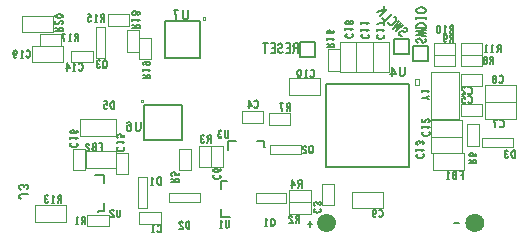
<source format=gbo>
G04 ================== begin FILE IDENTIFICATION RECORD ==================*
G04 Layout Name:  transponderRC2_4-10.brd*
G04 Film Name:    Silkscreen_bot*
G04 File Format:  Gerber RS274X*
G04 File Origin:  Cadence Allegro 17.2-S042*
G04 Origin Date:  Fri Nov 23 21:07:11 2018*
G04 *
G04 Layer:  PACKAGE GEOMETRY/SILKSCREEN_BOTTOM*
G04 Layer:  BOARD GEOMETRY/SILKSCREEN_BOTTOM*
G04 Layer:  REF DES/SILKSCREEN_BOTTOM*
G04 *
G04 Offset:    (0.0000 0.0000)*
G04 Mirror:    No*
G04 Mode:      Positive*
G04 Rotation:  0*
G04 FullContactRelief:  No*
G04 UndefLineWidth:     0.1500*
G04 ================== end FILE IDENTIFICATION RECORD ====================*
%FSAX55Y55*MOMM*%
%IR0*IPPOS*OFA0.00000B0.00000*MIA0B0*SFA1.00000B1.00000*%
%ADD10C,.1*%
%ADD11C,.13*%
%ADD12C,.15*%
%ADD13C,.1524*%
G75*
%LPD*%
G75*
G36*
G01X0002780000Y0000150000D02*
G03X0002780000Y0000150000I-0000080000J0D01*
G37*
G36*
G01X0004035000Y0000150000D02*
G03X0004035000Y0000150000I-0000080000J0D01*
G37*
G54D10*
G01X0000490000Y0000300000D02*
X0000230000Y0000300000D01*
X0000230000Y0000160000D01*
X0000490000Y0000160000D01*
X0000490000Y0000300000D01*
G01X0000205000Y0001510000D02*
X0000465000Y0001510000D01*
X0000465000Y0001650000D01*
X0000205000Y0001650000D01*
X0000205000Y0001510000D01*
G01X0000270000Y0001650000D02*
X0000450000Y0001650000D01*
X0000450000Y0001750000D01*
X0000270000Y0001750000D01*
X0000270000Y0001650000D01*
G01X0000125000Y0001765000D02*
X0000385000Y0001765000D01*
X0000385000Y0001905000D01*
X0000125000Y0001905000D01*
X0000125000Y0001765000D01*
G01X0000655000Y0000600000D02*
X0000655000Y0000780000D01*
X0000555000Y0000780000D01*
X0000555000Y0000600000D01*
X0000655000Y0000600000D01*
G01X0000915000Y0001030000D02*
X0000615000Y0001030000D01*
X0000615000Y0000890000D01*
X0000915000Y0000890000D01*
X0000915000Y0001030000D01*
G01X0000540000Y0001510000D02*
X0000720000Y0001510000D01*
X0000720000Y0001610000D01*
X0000540000Y0001610000D01*
X0000540000Y0001510000D01*
G01X0000675000Y0000120000D02*
X0000855000Y0000120000D01*
X0000855000Y0000220000D01*
X0000675000Y0000220000D01*
X0000675000Y0000120000D01*
G01X0001020000Y0000565000D02*
X0001020000Y0000745000D01*
X0000920000Y0000745000D01*
X0000920000Y0000565000D01*
X0001020000Y0000565000D01*
G01X0000660000Y0000615000D02*
X0000920000Y0000615000D01*
X0000920000Y0000755000D01*
X0000660000Y0000755000D01*
X0000660000Y0000615000D01*
G01X0000745000Y0001555000D02*
X0000745000Y0001805000D01*
X0000825000Y0001805000D01*
X0000825000Y0001545000D01*
X0000745000Y0001545000D01*
X0000745000Y0001555000D01*
G01X0000850010Y0001820000D02*
X0001029990Y0001820000D01*
X0001029990Y0001920000D01*
X0000850010Y0001920000D01*
X0000850010Y0001820000D01*
G01X0001115000Y0000145000D02*
X0001295000Y0000145000D01*
X0001295000Y0000245000D01*
X0001115000Y0000245000D01*
X0001115000Y0000145000D01*
G01X0001180000Y0000525000D02*
X0001180000Y0000275000D01*
X0001100000Y0000275000D01*
X0001100000Y0000535000D01*
X0001180000Y0000535000D01*
X0001180000Y0000525000D01*
G01X0001145000Y0001170000D02*
X0001125000Y0001170000D01*
X0001125000Y0001190000D01*
X0001145000Y0001190000D01*
X0001145000Y0001170000D01*
G01X0001010000Y0001780000D02*
X0001010000Y0001600000D01*
X0001110000Y0001600000D01*
X0001110000Y0001780000D01*
X0001010000Y0001780000D01*
G01X0001110000Y0001714990D02*
X0001110000Y0001535010D01*
X0001210000Y0001535010D01*
X0001210000Y0001714990D01*
X0001110000Y0001714990D01*
G01X0001550000Y0000595000D02*
X0001550000Y0000775000D01*
X0001450000Y0000775000D01*
X0001450000Y0000595000D01*
X0001550000Y0000595000D01*
G01X0001380000Y0000405000D02*
X0001630000Y0000405000D01*
X0001630000Y0000325000D01*
X0001370000Y0000325000D01*
X0001370000Y0000405000D01*
X0001380000Y0000405000D01*
G01X0001620000Y0000805000D02*
X0001620000Y0000625000D01*
X0001720000Y0000625000D01*
X0001720000Y0000805000D01*
X0001620000Y0000805000D01*
G01X0001650000Y0001870000D02*
X0001650000Y0001890000D01*
X0001670000Y0001890000D01*
X0001670000Y0001870000D01*
X0001650000Y0001870000D01*
G01X0001725000Y0000805000D02*
X0001725000Y0000625000D01*
X0001825000Y0000625000D01*
X0001825000Y0000805000D01*
X0001725000Y0000805000D01*
G01X0001980000Y0001000000D02*
X0002160000Y0001000000D01*
X0002160000Y0001100000D01*
X0001980000Y0001100000D01*
X0001980000Y0001000000D01*
G01X0002110000Y0000400000D02*
X0002360000Y0000400000D01*
X0002360000Y0000320000D01*
X0002100000Y0000320000D01*
X0002100000Y0000400000D01*
X0002110000Y0000400000D01*
G01X0002470000Y0000730000D02*
X0002220000Y0000730000D01*
X0002220000Y0000810000D01*
X0002480000Y0000810000D01*
X0002480000Y0000730000D01*
X0002470000Y0000730000D01*
G01X0002210000Y0000980000D02*
X0002390000Y0000980000D01*
X0002390000Y0001080000D01*
X0002210000Y0001080000D01*
X0002210000Y0000980000D01*
G01X0002385000Y0000225000D02*
X0002565000Y0000225000D01*
X0002565000Y0000325000D01*
X0002385000Y0000325000D01*
X0002385000Y0000225000D01*
G01X0002665000Y0000480000D02*
X0002665000Y0000300000D01*
X0002765000Y0000300000D01*
X0002765000Y0000480000D01*
X0002665000Y0000480000D01*
G01X0002385000Y0000330000D02*
X0002565000Y0000330000D01*
X0002565000Y0000430000D01*
X0002385000Y0000430000D01*
X0002385000Y0000330000D01*
G01X0002385000Y0001235000D02*
X0002645000Y0001235000D01*
X0002645000Y0001375000D01*
X0002385000Y0001375000D01*
X0002385000Y0001235000D01*
G01X0002915000Y0000275000D02*
X0003175000Y0000275000D01*
X0003175000Y0000415000D01*
X0002915000Y0000415000D01*
X0002915000Y0000275000D01*
G01X0002810000Y0001440000D02*
X0002810000Y0001620000D01*
X0002710000Y0001620000D01*
X0002710000Y0001440000D01*
X0002810000Y0001440000D01*
G01X0002950000Y0001685000D02*
X0002950000Y0001425000D01*
X0003090000Y0001425000D01*
X0003090000Y0001685000D01*
X0002950000Y0001685000D01*
G01X0002810000Y0001685000D02*
X0002810000Y0001425000D01*
X0002950000Y0001425000D01*
X0002950000Y0001685000D01*
X0002810000Y0001685000D01*
G01X0003090000Y0001685000D02*
X0003090000Y0001425000D01*
X0003230000Y0001425000D01*
X0003230000Y0001685000D01*
X0003090000Y0001685000D01*
G01X0003865000Y0000740000D02*
X0003605000Y0000740000D01*
X0003605000Y0000600000D01*
X0003865000Y0000600000D01*
X0003865000Y0000740000D01*
G01X0003845000Y0001020000D02*
X0003585000Y0001020000D01*
X0003585000Y0000880000D01*
X0003845000Y0000880000D01*
X0003845000Y0001020000D01*
G01X0003845000Y0000880000D02*
X0003585000Y0000880000D01*
X0003585000Y0000740000D01*
X0003845000Y0000740000D01*
X0003845000Y0000880000D01*
G01X0003825000Y0001030000D02*
X0003825000Y0001430000D01*
X0003585000Y0001430000D01*
X0003585000Y0001030000D01*
X0003825000Y0001030000D01*
G01X0003485000Y0001315000D02*
X0003445000Y0001315000D01*
X0003445000Y0001365000D01*
X0003485000Y0001365000D01*
X0003485000Y0001315000D01*
G01X0003790000Y0001575000D02*
X0003610000Y0001575000D01*
X0003610000Y0001475000D01*
X0003790000Y0001475000D01*
X0003790000Y0001575000D01*
G01X0003610000Y0001575000D02*
X0003790000Y0001575000D01*
X0003790000Y0001675000D01*
X0003610000Y0001675000D01*
X0003610000Y0001575000D01*
G01X0003890000Y0000985000D02*
X0003890000Y0000805000D01*
X0003990000Y0000805000D01*
X0003990000Y0000985000D01*
X0003890000Y0000985000D01*
G01X0004265000Y0000790000D02*
X0004015000Y0000790000D01*
X0004015000Y0000870000D01*
X0004275000Y0000870000D01*
X0004275000Y0000790000D01*
X0004265000Y0000790000D01*
G01X0003840000Y0001055000D02*
X0004020000Y0001055000D01*
X0004020000Y0001155000D01*
X0003840000Y0001155000D01*
X0003840000Y0001055000D01*
G01X0004300000Y0001170000D02*
X0004040000Y0001170000D01*
X0004040000Y0001030000D01*
X0004300000Y0001030000D01*
X0004300000Y0001170000D01*
G01X0004300000Y0001315000D02*
X0004040000Y0001315000D01*
X0004040000Y0001175000D01*
X0004300000Y0001175000D01*
X0004300000Y0001315000D01*
G01X0003835000Y0001310000D02*
X0004015000Y0001310000D01*
X0004015000Y0001410000D01*
X0003835000Y0001410000D01*
X0003835000Y0001310000D01*
G01X0004015000Y0001575000D02*
X0003835000Y0001575000D01*
X0003835000Y0001475000D01*
X0004015000Y0001475000D01*
X0004015000Y0001575000D01*
G01X0003835000Y0001575000D02*
X0004015000Y0001575000D01*
X0004015000Y0001675000D01*
X0003835000Y0001675000D01*
X0003835000Y0001575000D01*
G54D11*
G01X0002455670Y0001590000D02*
X0002455670Y0001670000D01*
X0002432330Y0001670000D01*
X0002424870Y0001666000D01*
X0002420200Y0001660670D01*
X0002418330Y0001650000D01*
X0002420200Y0001639330D01*
X0002425800Y0001632670D01*
X0002432330Y0001628670D01*
X0002455670Y0001628670D01*
G01X0002432330Y0001628670D02*
X0002418330Y0001590000D01*
G01X0002354330Y0001590000D02*
X0002391670Y0001590000D01*
X0002391670Y0001670000D01*
X0002354330Y0001670000D01*
G01X0002369270Y0001631330D02*
X0002391670Y0001631330D01*
G01X0002328600Y0001600660D02*
X0002321130Y0001594000D01*
X0002312730Y0001590000D01*
X0002305270Y0001590000D01*
X0002297800Y0001594000D01*
X0002292200Y0001600660D01*
X0002289400Y0001610000D01*
X0002291270Y0001619330D01*
X0002295930Y0001627330D01*
X0002304330Y0001632670D01*
X0002315530Y0001635330D01*
X0002322070Y0001640670D01*
X0002324870Y0001650000D01*
X0002323000Y0001659330D01*
X0002318330Y0001666000D01*
X0002311800Y0001670000D01*
X0002305270Y0001670000D01*
X0002298730Y0001667330D01*
X0002293130Y0001660670D01*
G01X0002226330Y0001590000D02*
X0002263670Y0001590000D01*
X0002263670Y0001670000D01*
X0002226330Y0001670000D01*
G01X0002241270Y0001631330D02*
X0002263670Y0001631330D01*
G01X0002181000Y0001670000D02*
X0002181000Y0001590000D01*
G01X0002202470Y0001670000D02*
X0002159530Y0001670000D01*
G01X0003341600Y0001733480D02*
X0003331610Y0001734050D01*
X0003322840Y0001737160D01*
X0003317560Y0001742440D01*
X0003315110Y0001750550D01*
X0003315860Y0001759220D01*
X0003320480Y0001767800D01*
X0003328400Y0001773080D01*
X0003337360Y0001775440D01*
X0003347070Y0001773270D01*
X0003356880Y0001767240D01*
X0003365270Y0001766390D01*
X0003373850Y0001771000D01*
X0003379130Y0001778930D01*
X0003380540Y0001786940D01*
X0003378750Y0001794390D01*
X0003374130Y0001799010D01*
X0003367620Y0001801740D01*
X0003358950Y0001800990D01*
G01X0003351320Y0001821820D02*
X0003285510Y0001774490D01*
X0003331520Y0001841620D01*
X0003264390Y0001795610D01*
X0003311720Y0001861420D01*
G01X0003267040Y0001896670D02*
X0003273830Y0001895540D01*
X0003280330Y0001892810D01*
X0003285610Y0001887530D01*
X0003288720Y0001878760D01*
X0003288630Y0001869430D01*
X0003286270Y0001860470D01*
X0003279480Y0001848400D01*
X0003271660Y0001839250D01*
X0003261850Y0001832090D01*
X0003254210Y0001828410D01*
X0003244600Y0001826720D01*
X0003236210Y0001827560D01*
X0003229700Y0001830300D01*
X0003225080Y0001834920D01*
X0003222350Y0001841420D01*
X0003221210Y0001848210D01*
X0003221680Y0001855280D01*
G01X0003254220Y0001918920D02*
X0003197650Y0001862350D01*
X0003171250Y0001888750D01*
G01X0003153720Y0001906280D02*
X0003210290Y0001962850D01*
G01X0003185210Y0001987930D02*
X0003175400Y0001927960D01*
G01X0003124680Y0001935320D02*
X0003180210Y0001955210D01*
G01X0003470660Y0001673400D02*
X0003464000Y0001680870D01*
X0003460000Y0001689270D01*
X0003460000Y0001696730D01*
X0003464000Y0001704200D01*
X0003470660Y0001709800D01*
X0003480000Y0001712600D01*
X0003489330Y0001710730D01*
X0003497330Y0001706070D01*
X0003502670Y0001697670D01*
X0003505330Y0001686470D01*
X0003510670Y0001679930D01*
X0003520000Y0001677130D01*
X0003529330Y0001679000D01*
X0003536000Y0001683670D01*
X0003540000Y0001690200D01*
X0003540000Y0001696730D01*
X0003537330Y0001703270D01*
X0003530670Y0001708870D01*
G01X0003540000Y0001729000D02*
X0003460000Y0001742070D01*
X0003540000Y0001757000D01*
X0003460000Y0001771930D01*
X0003540000Y0001785000D01*
G01X0003460000Y0001800470D02*
X0003540000Y0001800470D01*
X0003540000Y0001819130D01*
X0003536000Y0001826600D01*
X0003530670Y0001832200D01*
X0003522670Y0001836870D01*
X0003513330Y0001840600D01*
X0003500000Y0001841530D01*
X0003486670Y0001840600D01*
X0003477330Y0001836870D01*
X0003469330Y0001832200D01*
X0003464000Y0001826600D01*
X0003460000Y0001819130D01*
X0003460000Y0001800470D01*
G01X0003540000Y0001873800D02*
X0003540000Y0001896200D01*
G01X0003540000Y0001885000D02*
X0003460000Y0001885000D01*
G01X0003460000Y0001873800D02*
X0003460000Y0001896200D01*
G01X0003460000Y0001949000D02*
X0003461330Y0001941530D01*
X0003466670Y0001935000D01*
X0003474670Y0001929400D01*
X0003484000Y0001925670D01*
X0003494670Y0001923800D01*
X0003505330Y0001923800D01*
X0003516000Y0001925670D01*
X0003525330Y0001929400D01*
X0003533330Y0001935000D01*
X0003538670Y0001941530D01*
X0003540000Y0001949000D01*
X0003538670Y0001956470D01*
X0003533330Y0001963000D01*
X0003525330Y0001968600D01*
X0003516000Y0001972330D01*
X0003505330Y0001974200D01*
X0003494670Y0001974200D01*
X0003484000Y0001972330D01*
X0003474670Y0001968600D01*
X0003466670Y0001963000D01*
X0003461330Y0001956470D01*
X0003460000Y0001949000D01*
G54D12*
G01X0002579440Y0000142330D02*
X0002540840Y0000142330D01*
G01X0002561750Y0000169850D02*
X0002561750Y0000114810D01*
G01X0003822660Y0000152330D02*
X0003780840Y0000152330D01*
G01X0000110750Y0000354740D02*
X0000102870Y0000359610D01*
X0000097620Y0000365450D01*
X0000095000Y0000372260D01*
X0000097620Y0000380050D01*
X0000102870Y0000385890D01*
X0000110750Y0000391740D01*
X0000121250Y0000393680D01*
X0000173740Y0000393680D01*
G01X0000110750Y0000431530D02*
X0000101560Y0000437370D01*
X0000096310Y0000445160D01*
X0000095000Y0000453920D01*
X0000096310Y0000461710D01*
X0000102870Y0000469500D01*
X0000110750Y0000474370D01*
X0000118620Y0000475340D01*
X0000127810Y0000473400D01*
X0000134370Y0000466580D01*
X0000137000Y0000459770D01*
X0000137000Y0000451000D01*
G01X0000137000Y0000459770D02*
X0000140930Y0000465610D01*
X0000147490Y0000470480D01*
X0000155370Y0000472420D01*
X0000163240Y0000470480D01*
X0000169800Y0000465610D01*
X0000173740Y0000456840D01*
X0000172430Y0000448080D01*
X0000167180Y0000439320D01*
G01X0000159780Y0001608210D02*
X0000163840Y0001611380D01*
X0000168580Y0001613500D01*
X0000174000Y0001613500D01*
X0000180100Y0001610320D01*
X0000184840Y0001605030D01*
X0000188230Y0001598680D01*
X0000190940Y0001588100D01*
X0000191610Y0001578570D01*
X0000190260Y0001569050D01*
X0000188230Y0001562700D01*
X0000184160Y0001556350D01*
X0000179420Y0001552120D01*
X0000174680Y0001550000D01*
X0000169940Y0001550000D01*
X0000165200Y0001552120D01*
X0000161130Y0001555290D01*
X0000157750Y0001559520D01*
G01X0000118800Y0001550000D02*
X0000118800Y0001613500D01*
X0000126930Y0001600800D01*
G01X0000126930Y0001550000D02*
X0000110670Y0001550000D01*
G01X0000074440Y0001557410D02*
X0000069690Y0001552120D01*
X0000064270Y0001550000D01*
X0000058860Y0001552120D01*
X0000054110Y0001558460D01*
X0000050730Y0001567990D01*
X0000049370Y0001577520D01*
X0000049370Y0001589160D01*
X0000050730Y0001598680D01*
X0000054110Y0001607150D01*
X0000058180Y0001611380D01*
X0000062920Y0001613500D01*
X0000068340Y0001611380D01*
X0000072400Y0001607150D01*
X0000075110Y0001600800D01*
X0000076470Y0001592330D01*
X0000075110Y0001584930D01*
X0000071730Y0001577520D01*
X0000067660Y0001573280D01*
X0000062920Y0001572220D01*
X0000057500Y0001574340D01*
X0000053440Y0001579630D01*
X0000049370Y0001589160D01*
G01X0000653230Y0000140000D02*
X0000653230Y0000203500D01*
X0000636290Y0000203500D01*
X0000630870Y0000200320D01*
X0000627490Y0000196090D01*
X0000626130Y0000187620D01*
X0000627490Y0000179160D01*
X0000631550Y0000173870D01*
X0000636290Y0000170690D01*
X0000653230Y0000170690D01*
G01X0000636290Y0000170690D02*
X0000626130Y0000140000D01*
G01X0000583800Y0000140000D02*
X0000583800Y0000203500D01*
X0000591930Y0000190800D01*
G01X0000591930Y0000140000D02*
X0000575670Y0000140000D01*
G01X0000453230Y0000320000D02*
X0000453230Y0000383500D01*
X0000436290Y0000383500D01*
X0000430870Y0000380320D01*
X0000427490Y0000376090D01*
X0000426130Y0000367620D01*
X0000427490Y0000359160D01*
X0000431550Y0000353870D01*
X0000436290Y0000350690D01*
X0000453230Y0000350690D01*
G01X0000436290Y0000350690D02*
X0000426130Y0000320000D01*
G01X0000383800Y0000320000D02*
X0000383800Y0000383500D01*
X0000391930Y0000370800D01*
G01X0000391930Y0000320000D02*
X0000375670Y0000320000D01*
G01X0000342820Y0000332700D02*
X0000338760Y0000325290D01*
X0000333340Y0000321060D01*
X0000327240Y0000320000D01*
X0000321820Y0000321060D01*
X0000316400Y0000326350D01*
X0000313020Y0000332700D01*
X0000312340Y0000339050D01*
X0000313700Y0000346460D01*
X0000318440Y0000351750D01*
X0000323180Y0000353870D01*
X0000329270Y0000353870D01*
G01X0000323180Y0000353870D02*
X0000319110Y0000357040D01*
X0000315730Y0000362330D01*
X0000314370Y0000368680D01*
X0000315730Y0000375030D01*
X0000319110Y0000380320D01*
X0000325210Y0000383500D01*
X0000331310Y0000382440D01*
X0000337400Y0000378210D01*
G01X0000588210Y0000825220D02*
X0000591380Y0000821160D01*
X0000593500Y0000816420D01*
X0000593500Y0000811000D01*
X0000590320Y0000804900D01*
X0000585030Y0000800160D01*
X0000578680Y0000796770D01*
X0000568100Y0000794060D01*
X0000558570Y0000793390D01*
X0000549050Y0000794740D01*
X0000542700Y0000796770D01*
X0000536350Y0000800840D01*
X0000532120Y0000805580D01*
X0000530000Y0000810320D01*
X0000530000Y0000815060D01*
X0000532120Y0000819800D01*
X0000535290Y0000823870D01*
X0000539520Y0000827250D01*
G01X0000530000Y0000866200D02*
X0000593500Y0000866200D01*
X0000580800Y0000858070D01*
G01X0000530000Y0000858070D02*
X0000530000Y0000874330D01*
G01X0000556460Y0000909210D02*
X0000563870Y0000913950D01*
X0000568100Y0000918020D01*
X0000570220Y0000923430D01*
X0000568100Y0000928180D01*
X0000563870Y0000931560D01*
X0000557520Y0000934270D01*
X0000550110Y0000934950D01*
X0000543760Y0000934270D01*
X0000537410Y0000931560D01*
X0000532120Y0000927500D01*
X0000530000Y0000922760D01*
X0000532120Y0000917340D01*
X0000538460Y0000912600D01*
X0000547990Y0000909890D01*
X0000558570Y0000909210D01*
X0000572330Y0000910560D01*
X0000579740Y0000912600D01*
X0000587150Y0000915980D01*
X0000592440Y0000920730D01*
X0000593500Y0000925470D01*
X0000591380Y0000930210D01*
X0000586090Y0000933600D01*
G01X0000604780Y0001498210D02*
X0000608840Y0001501380D01*
X0000613580Y0001503500D01*
X0000619000Y0001503500D01*
X0000625100Y0001500320D01*
X0000629840Y0001495030D01*
X0000633230Y0001488680D01*
X0000635940Y0001478100D01*
X0000636610Y0001468570D01*
X0000635260Y0001459050D01*
X0000633230Y0001452700D01*
X0000629160Y0001446350D01*
X0000624420Y0001442120D01*
X0000619680Y0001440000D01*
X0000614940Y0001440000D01*
X0000610200Y0001442120D01*
X0000606130Y0001445290D01*
X0000602750Y0001449520D01*
G01X0000563800Y0001440000D02*
X0000563800Y0001503500D01*
X0000571930Y0001490800D01*
G01X0000571930Y0001440000D02*
X0000555670Y0001440000D01*
G01X0000499790Y0001440000D02*
X0000499790Y0001503500D01*
X0000524850Y0001457990D01*
X0000490990Y0001457990D01*
G01X0000598230Y0001690000D02*
X0000598230Y0001753500D01*
X0000581290Y0001753500D01*
X0000575870Y0001750320D01*
X0000572490Y0001746090D01*
X0000571130Y0001737620D01*
X0000572490Y0001729160D01*
X0000576550Y0001723870D01*
X0000581290Y0001720690D01*
X0000598230Y0001720690D01*
G01X0000581290Y0001720690D02*
X0000571130Y0001690000D01*
G01X0000528800Y0001690000D02*
X0000528800Y0001753500D01*
X0000536930Y0001740800D01*
G01X0000536930Y0001690000D02*
X0000520670Y0001690000D01*
G01X0000474270Y0001690000D02*
X0000472920Y0001703760D01*
X0000470890Y0001715400D01*
X0000468180Y0001725980D01*
X0000464790Y0001737620D01*
X0000459370Y0001753500D01*
X0000486470Y0001753500D01*
G01X0000405000Y0001776770D02*
X0000468500Y0001776770D01*
X0000468500Y0001793710D01*
X0000465320Y0001799130D01*
X0000461090Y0001802510D01*
X0000452620Y0001803870D01*
X0000444160Y0001802510D01*
X0000438870Y0001798450D01*
X0000435690Y0001793710D01*
X0000435690Y0001776770D01*
G01X0000435690Y0001793710D02*
X0000405000Y0001803870D01*
G01X0000457920Y0001833330D02*
X0000464270Y0001837390D01*
X0000467440Y0001842140D01*
X0000468500Y0001847550D01*
X0000466380Y0001854330D01*
X0000461090Y0001859070D01*
X0000454740Y0001860420D01*
X0000448390Y0001859750D01*
X0000443100Y0001857040D01*
X0000432520Y0001843490D01*
X0000425110Y0001837390D01*
X0000414520Y0001833330D01*
X0000405000Y0001831980D01*
X0000405000Y0001860420D01*
G01X0000468500Y0001902080D02*
X0000466380Y0001896660D01*
X0000461090Y0001892600D01*
X0000454740Y0001889890D01*
X0000446270Y0001887860D01*
X0000436750Y0001887180D01*
X0000427220Y0001887860D01*
X0000418760Y0001889890D01*
X0000412410Y0001892600D01*
X0000407120Y0001896660D01*
X0000405000Y0001902080D01*
X0000407120Y0001907500D01*
X0000412410Y0001911560D01*
X0000418760Y0001914270D01*
X0000427220Y0001916300D01*
X0000436750Y0001916980D01*
X0000446270Y0001916300D01*
X0000454740Y0001914270D01*
X0000461090Y0001911560D01*
X0000466380Y0001907500D01*
X0000468500Y0001902080D01*
G01X0000954580Y0000263500D02*
X0000954580Y0000217990D01*
X0000951870Y0000208460D01*
X0000946450Y0000202120D01*
X0000939680Y0000200000D01*
X0000932910Y0000202120D01*
X0000927490Y0000208460D01*
X0000924780Y0000217990D01*
X0000924780Y0000263500D01*
G01X0000896670Y0000252920D02*
X0000892610Y0000259270D01*
X0000887860Y0000262440D01*
X0000882450Y0000263500D01*
X0000875670Y0000261380D01*
X0000870930Y0000256090D01*
X0000869580Y0000249740D01*
X0000870250Y0000243390D01*
X0000872960Y0000238100D01*
X0000886510Y0000227520D01*
X0000892610Y0000220110D01*
X0000896670Y0000209520D01*
X0000898020Y0000200000D01*
X0000869580Y0000200000D01*
G01X0000983210Y0000790220D02*
X0000986380Y0000786160D01*
X0000988500Y0000781420D01*
X0000988500Y0000776000D01*
X0000985320Y0000769900D01*
X0000980030Y0000765160D01*
X0000973680Y0000761770D01*
X0000963100Y0000759060D01*
X0000953570Y0000758390D01*
X0000944050Y0000759740D01*
X0000937700Y0000761770D01*
X0000931350Y0000765840D01*
X0000927120Y0000770580D01*
X0000925000Y0000775320D01*
X0000925000Y0000780060D01*
X0000927120Y0000784800D01*
X0000930290Y0000788870D01*
X0000934520Y0000792250D01*
G01X0000925000Y0000831200D02*
X0000988500Y0000831200D01*
X0000975800Y0000823070D01*
G01X0000925000Y0000823070D02*
X0000925000Y0000839330D01*
G01X0000934520Y0000872180D02*
X0000929230Y0000876240D01*
X0000926060Y0000880980D01*
X0000925000Y0000887080D01*
X0000927120Y0000893180D01*
X0000931350Y0000897920D01*
X0000938760Y0000901300D01*
X0000947220Y0000901980D01*
X0000955690Y0000900630D01*
X0000960980Y0000897240D01*
X0000965220Y0000892500D01*
X0000966270Y0000887760D01*
X0000965220Y0000883020D01*
X0000960980Y0000876920D01*
X0000988500Y0000878950D01*
X0000988500Y0000897240D01*
G01X0000802550Y0000760000D02*
X0000802550Y0000823500D01*
X0000776810Y0000823500D01*
G01X0000786290Y0000792810D02*
X0000802550Y0000792810D01*
G01X0000728380Y0000793870D02*
X0000725670Y0000797040D01*
X0000723640Y0000802330D01*
X0000722280Y0000809740D01*
X0000723640Y0000816090D01*
X0000726350Y0000820320D01*
X0000731090Y0000823500D01*
X0000749380Y0000823500D01*
X0000749380Y0000760000D01*
X0000727030Y0000760000D01*
X0000722280Y0000764230D01*
X0000719580Y0000770580D01*
X0000718220Y0000777990D01*
X0000719580Y0000785400D01*
X0000723640Y0000791750D01*
X0000728380Y0000793870D01*
X0000749380Y0000793870D01*
G01X0000690790Y0000812920D02*
X0000686730Y0000819270D01*
X0000681980Y0000822440D01*
X0000676570Y0000823500D01*
X0000669790Y0000821380D01*
X0000665050Y0000816090D01*
X0000663700Y0000809740D01*
X0000664370Y0000803390D01*
X0000667080Y0000798100D01*
X0000680630Y0000787520D01*
X0000686730Y0000780110D01*
X0000690790Y0000769520D01*
X0000692140Y0000760000D01*
X0000663700Y0000760000D01*
G01X0000899580Y0001115000D02*
X0000899580Y0001178500D01*
X0000886030Y0001178500D01*
X0000880620Y0001175320D01*
X0000876550Y0001171090D01*
X0000873160Y0001164740D01*
X0000870460Y0001157330D01*
X0000869780Y0001146750D01*
X0000870460Y0001136170D01*
X0000873160Y0001128760D01*
X0000876550Y0001122410D01*
X0000880620Y0001118170D01*
X0000886030Y0001115000D01*
X0000899580Y0001115000D01*
G01X0000843700Y0001124520D02*
X0000839640Y0001119230D01*
X0000834900Y0001116060D01*
X0000828800Y0001115000D01*
X0000822700Y0001117120D01*
X0000817960Y0001121350D01*
X0000814580Y0001128760D01*
X0000813900Y0001137220D01*
X0000815250Y0001145690D01*
X0000818640Y0001150980D01*
X0000823380Y0001155220D01*
X0000828120Y0001156270D01*
X0000832860Y0001155220D01*
X0000838960Y0001150980D01*
X0000836930Y0001178500D01*
X0000818640Y0001178500D01*
G01X0000824680Y0001465000D02*
X0000830100Y0001466060D01*
X0000834840Y0001470290D01*
X0000838900Y0001476640D01*
X0000841610Y0001484050D01*
X0000842970Y0001492520D01*
X0000842970Y0001500980D01*
X0000841610Y0001509450D01*
X0000838900Y0001516860D01*
X0000834840Y0001523210D01*
X0000830100Y0001527440D01*
X0000824680Y0001528500D01*
X0000819260Y0001527440D01*
X0000814520Y0001523210D01*
X0000810460Y0001516860D01*
X0000807750Y0001509450D01*
X0000806390Y0001500980D01*
X0000806390Y0001492520D01*
X0000807750Y0001484050D01*
X0000810460Y0001476640D01*
X0000814520Y0001470290D01*
X0000819260Y0001466060D01*
X0000824680Y0001465000D01*
G01X0000819260Y0001481930D02*
X0000811130Y0001465000D01*
G01X0000783700Y0001477700D02*
X0000779640Y0001470290D01*
X0000774220Y0001466060D01*
X0000768120Y0001465000D01*
X0000762700Y0001466060D01*
X0000757280Y0001471350D01*
X0000753900Y0001477700D01*
X0000753220Y0001484050D01*
X0000754580Y0001491460D01*
X0000759320Y0001496750D01*
X0000764060Y0001498870D01*
X0000770150Y0001498870D01*
G01X0000764060Y0001498870D02*
X0000759990Y0001502040D01*
X0000756610Y0001507330D01*
X0000755250Y0001513680D01*
X0000756610Y0001520030D01*
X0000759990Y0001525320D01*
X0000766090Y0001528500D01*
X0000772190Y0001527440D01*
X0000778280Y0001523210D01*
G01X0000818230Y0001855000D02*
X0000818230Y0001918500D01*
X0000801290Y0001918500D01*
X0000795870Y0001915320D01*
X0000792490Y0001911090D01*
X0000791130Y0001902620D01*
X0000792490Y0001894160D01*
X0000796550Y0001888870D01*
X0000801290Y0001885690D01*
X0000818230Y0001885690D01*
G01X0000801290Y0001885690D02*
X0000791130Y0001855000D01*
G01X0000748800Y0001855000D02*
X0000748800Y0001918500D01*
X0000756930Y0001905800D01*
G01X0000756930Y0001855000D02*
X0000740670Y0001855000D01*
G01X0000707820Y0001864520D02*
X0000703760Y0001859230D01*
X0000699020Y0001856060D01*
X0000692920Y0001855000D01*
X0000686820Y0001857120D01*
X0000682080Y0001861350D01*
X0000678700Y0001868760D01*
X0000678020Y0001877220D01*
X0000679370Y0001885690D01*
X0000682760Y0001890980D01*
X0000687500Y0001895220D01*
X0000692240Y0001896270D01*
X0000696980Y0001895220D01*
X0000703080Y0001890980D01*
X0000701050Y0001918500D01*
X0000682760Y0001918500D01*
G01X0001269780Y0000128210D02*
X0001273840Y0000131380D01*
X0001278580Y0000133500D01*
X0001284000Y0000133500D01*
X0001290100Y0000130320D01*
X0001294840Y0000125030D01*
X0001298230Y0000118680D01*
X0001300940Y0000108100D01*
X0001301610Y0000098570D01*
X0001300260Y0000089050D01*
X0001298230Y0000082700D01*
X0001294160Y0000076350D01*
X0001289420Y0000072120D01*
X0001284680Y0000070000D01*
X0001279940Y0000070000D01*
X0001275200Y0000072120D01*
X0001271130Y0000075290D01*
X0001267750Y0000079520D01*
G01X0001228800Y0000070000D02*
X0001228800Y0000133500D01*
X0001236930Y0000120800D01*
G01X0001236930Y0000070000D02*
X0001220670Y0000070000D01*
G01X0001294580Y0000475000D02*
X0001294580Y0000538500D01*
X0001281030Y0000538500D01*
X0001275620Y0000535320D01*
X0001271550Y0000531090D01*
X0001268160Y0000524740D01*
X0001265460Y0000517330D01*
X0001264780Y0000506750D01*
X0001265460Y0000496170D01*
X0001268160Y0000488760D01*
X0001271550Y0000482410D01*
X0001275620Y0000478170D01*
X0001281030Y0000475000D01*
X0001294580Y0000475000D01*
G01X0001223800Y0000475000D02*
X0001223800Y0000538500D01*
X0001231930Y0000525800D01*
G01X0001231930Y0000475000D02*
X0001215670Y0000475000D01*
G01X0001127210Y0001008740D02*
X0001127210Y0000952310D01*
X0001123320Y0000940500D01*
X0001115530Y0000932620D01*
X0001105790Y0000930000D01*
X0001096050Y0000932620D01*
X0001088260Y0000940500D01*
X0001084370Y0000952310D01*
X0001084370Y0001008740D01*
G01X0001045550Y0000962810D02*
X0001038730Y0000972000D01*
X0001032890Y0000977240D01*
X0001025100Y0000979870D01*
X0001018290Y0000977240D01*
X0001013420Y0000972000D01*
X0001009520Y0000964120D01*
X0001008550Y0000954930D01*
X0001009520Y0000947060D01*
X0001013420Y0000939180D01*
X0001019260Y0000932620D01*
X0001026080Y0000930000D01*
X0001033870Y0000932620D01*
X0001040680Y0000940500D01*
X0001044580Y0000952310D01*
X0001045550Y0000965430D01*
X0001043600Y0000982490D01*
X0001040680Y0000991680D01*
X0001035810Y0001000870D01*
X0001029000Y0001007430D01*
X0001022180Y0001008740D01*
X0001015370Y0001006120D01*
X0001010500Y0000999550D01*
G01X0001472500Y0001145000D02*
X0001472500Y0000855000D01*
X0001157500Y0000855000D01*
X0001157500Y0001145000D01*
X0001472500Y0001145000D01*
G01X0001145000Y0001376770D02*
X0001208500Y0001376770D01*
X0001208500Y0001393710D01*
X0001205320Y0001399130D01*
X0001201090Y0001402510D01*
X0001192620Y0001403870D01*
X0001184160Y0001402510D01*
X0001178870Y0001398450D01*
X0001175690Y0001393710D01*
X0001175690Y0001376770D01*
G01X0001175690Y0001393710D02*
X0001145000Y0001403870D01*
G01X0001145000Y0001446200D02*
X0001208500Y0001446200D01*
X0001195800Y0001438070D01*
G01X0001145000Y0001438070D02*
X0001145000Y0001454330D01*
G01X0001152410Y0001490560D02*
X0001147120Y0001495310D01*
X0001145000Y0001500730D01*
X0001147120Y0001506140D01*
X0001153460Y0001510890D01*
X0001162990Y0001514270D01*
X0001172520Y0001515630D01*
X0001184160Y0001515630D01*
X0001193680Y0001514270D01*
X0001202150Y0001510890D01*
X0001206380Y0001506820D01*
X0001208500Y0001502080D01*
X0001206380Y0001496660D01*
X0001202150Y0001492600D01*
X0001195800Y0001489890D01*
X0001187330Y0001488530D01*
X0001179930Y0001489890D01*
X0001172520Y0001493270D01*
X0001168280Y0001497340D01*
X0001167220Y0001502080D01*
X0001169340Y0001507500D01*
X0001174630Y0001511560D01*
X0001184160Y0001515630D01*
G01X0001055000Y0001801770D02*
X0001118500Y0001801770D01*
X0001118500Y0001818710D01*
X0001115320Y0001824130D01*
X0001111090Y0001827510D01*
X0001102620Y0001828870D01*
X0001094160Y0001827510D01*
X0001088870Y0001823450D01*
X0001085690Y0001818710D01*
X0001085690Y0001801770D01*
G01X0001085690Y0001818710D02*
X0001055000Y0001828870D01*
G01X0001055000Y0001871200D02*
X0001118500Y0001871200D01*
X0001105800Y0001863070D01*
G01X0001055000Y0001863070D02*
X0001055000Y0001879330D01*
G01X0001055000Y0001927080D02*
X0001056060Y0001931820D01*
X0001059230Y0001937240D01*
X0001064520Y0001940630D01*
X0001071930Y0001941980D01*
X0001079340Y0001940630D01*
X0001085690Y0001936560D01*
X0001088870Y0001930470D01*
X0001088870Y0001923690D01*
X0001090980Y0001919630D01*
X0001096270Y0001916240D01*
X0001103680Y0001914890D01*
X0001111090Y0001916920D01*
X0001116380Y0001921660D01*
X0001118500Y0001927080D01*
X0001116380Y0001932500D01*
X0001111090Y0001937240D01*
X0001103680Y0001939270D01*
X0001096270Y0001937920D01*
X0001090980Y0001934530D01*
X0001088870Y0001930470D01*
X0001088870Y0001923690D01*
X0001085690Y0001917600D01*
X0001079340Y0001913530D01*
X0001071930Y0001912180D01*
X0001064520Y0001913530D01*
X0001059230Y0001916920D01*
X0001056060Y0001922340D01*
X0001055000Y0001927080D01*
G01X0001539580Y0000100000D02*
X0001539580Y0000163500D01*
X0001526030Y0000163500D01*
X0001520620Y0000160320D01*
X0001516550Y0000156090D01*
X0001513160Y0000149740D01*
X0001510460Y0000142330D01*
X0001509780Y0000131750D01*
X0001510460Y0000121170D01*
X0001513160Y0000113760D01*
X0001516550Y0000107410D01*
X0001520620Y0000103170D01*
X0001526030Y0000100000D01*
X0001539580Y0000100000D01*
G01X0001481670Y0000152920D02*
X0001477610Y0000159270D01*
X0001472860Y0000162440D01*
X0001467450Y0000163500D01*
X0001460670Y0000161380D01*
X0001455930Y0000156090D01*
X0001454580Y0000149740D01*
X0001455250Y0000143390D01*
X0001457960Y0000138100D01*
X0001471510Y0000127520D01*
X0001477610Y0000120110D01*
X0001481670Y0000109520D01*
X0001483020Y0000100000D01*
X0001454580Y0000100000D01*
G01X0001385000Y0000496770D02*
X0001448500Y0000496770D01*
X0001448500Y0000513710D01*
X0001445320Y0000519130D01*
X0001441090Y0000522510D01*
X0001432620Y0000523870D01*
X0001424160Y0000522510D01*
X0001418870Y0000518450D01*
X0001415690Y0000513710D01*
X0001415690Y0000496770D01*
G01X0001415690Y0000513710D02*
X0001385000Y0000523870D01*
G01X0001394520Y0000551300D02*
X0001389230Y0000555360D01*
X0001386060Y0000560100D01*
X0001385000Y0000566200D01*
X0001387120Y0000572300D01*
X0001391350Y0000577040D01*
X0001398760Y0000580420D01*
X0001407220Y0000581100D01*
X0001415690Y0000579750D01*
X0001420980Y0000576360D01*
X0001425220Y0000571620D01*
X0001426270Y0000566880D01*
X0001425220Y0000562140D01*
X0001420980Y0000556040D01*
X0001448500Y0000558070D01*
X0001448500Y0000576360D01*
G01X0001718230Y0000830000D02*
X0001718230Y0000893500D01*
X0001701290Y0000893500D01*
X0001695870Y0000890320D01*
X0001692490Y0000886090D01*
X0001691130Y0000877620D01*
X0001692490Y0000869160D01*
X0001696550Y0000863870D01*
X0001701290Y0000860690D01*
X0001718230Y0000860690D01*
G01X0001701290Y0000860690D02*
X0001691130Y0000830000D01*
G01X0001663700Y0000842700D02*
X0001659640Y0000835290D01*
X0001654220Y0000831060D01*
X0001648120Y0000830000D01*
X0001642700Y0000831060D01*
X0001637280Y0000836350D01*
X0001633900Y0000842700D01*
X0001633220Y0000849050D01*
X0001634580Y0000856460D01*
X0001639320Y0000861750D01*
X0001644060Y0000863870D01*
X0001650150Y0000863870D01*
G01X0001644060Y0000863870D02*
X0001639990Y0000867040D01*
X0001636610Y0000872330D01*
X0001635250Y0000878680D01*
X0001636610Y0000885030D01*
X0001639990Y0000890320D01*
X0001646090Y0000893500D01*
X0001652190Y0000892440D01*
X0001658280Y0000888210D01*
G01X0001625000Y0001542500D02*
X0001335000Y0001542500D01*
X0001335000Y0001857500D01*
X0001625000Y0001857500D01*
X0001625000Y0001542500D01*
G01X0001527210Y0001953740D02*
X0001527210Y0001897310D01*
X0001523320Y0001885500D01*
X0001515530Y0001877620D01*
X0001505790Y0001875000D01*
X0001496050Y0001877620D01*
X0001488260Y0001885500D01*
X0001484370Y0001897310D01*
X0001484370Y0001953740D01*
G01X0001429000Y0001875000D02*
X0001427050Y0001892060D01*
X0001424130Y0001906490D01*
X0001420230Y0001919620D01*
X0001415370Y0001934050D01*
X0001407580Y0001953740D01*
X0001446520Y0001953740D01*
G01X0001874580Y0000173500D02*
X0001874580Y0000127990D01*
X0001871870Y0000118460D01*
X0001866450Y0000112120D01*
X0001859680Y0000110000D01*
X0001852910Y0000112120D01*
X0001847490Y0000118460D01*
X0001844780Y0000127990D01*
X0001844780Y0000173500D01*
G01X0001803800Y0000110000D02*
X0001803800Y0000173500D01*
X0001811930Y0000160800D01*
G01X0001811930Y0000110000D02*
X0001795670Y0000110000D01*
G01X0001798210Y0000555220D02*
X0001801380Y0000551160D01*
X0001803500Y0000546420D01*
X0001803500Y0000541000D01*
X0001800320Y0000534900D01*
X0001795030Y0000530160D01*
X0001788680Y0000526770D01*
X0001778100Y0000524060D01*
X0001768570Y0000523390D01*
X0001759050Y0000524740D01*
X0001752700Y0000526770D01*
X0001746350Y0000530840D01*
X0001742120Y0000535580D01*
X0001740000Y0000540320D01*
X0001740000Y0000545060D01*
X0001742120Y0000549800D01*
X0001745290Y0000553870D01*
X0001749520Y0000557250D01*
G01X0001766460Y0000583330D02*
X0001773870Y0000588070D01*
X0001778100Y0000592140D01*
X0001780220Y0000597550D01*
X0001778100Y0000602300D01*
X0001773870Y0000605680D01*
X0001767520Y0000608390D01*
X0001760110Y0000609070D01*
X0001753760Y0000608390D01*
X0001747410Y0000605680D01*
X0001742120Y0000601620D01*
X0001740000Y0000596880D01*
X0001742120Y0000591460D01*
X0001748460Y0000586720D01*
X0001757990Y0000584010D01*
X0001768570Y0000583330D01*
X0001782330Y0000584680D01*
X0001789740Y0000586720D01*
X0001797150Y0000590100D01*
X0001802440Y0000594850D01*
X0001803500Y0000599590D01*
X0001801380Y0000604330D01*
X0001796090Y0000607720D01*
G01X0001869580Y0000933500D02*
X0001869580Y0000887990D01*
X0001866870Y0000878460D01*
X0001861450Y0000872120D01*
X0001854680Y0000870000D01*
X0001847910Y0000872120D01*
X0001842490Y0000878460D01*
X0001839780Y0000887990D01*
X0001839780Y0000933500D01*
G01X0001813700Y0000882700D02*
X0001809640Y0000875290D01*
X0001804220Y0000871060D01*
X0001798120Y0000870000D01*
X0001792700Y0000871060D01*
X0001787280Y0000876350D01*
X0001783900Y0000882700D01*
X0001783220Y0000889050D01*
X0001784580Y0000896460D01*
X0001789320Y0000901750D01*
X0001794060Y0000903870D01*
X0001800150Y0000903870D01*
G01X0001794060Y0000903870D02*
X0001789990Y0000907040D01*
X0001786610Y0000912330D01*
X0001785250Y0000918680D01*
X0001786610Y0000925030D01*
X0001789990Y0000930320D01*
X0001796090Y0000933500D01*
X0001802190Y0000932440D01*
X0001808280Y0000928210D01*
G01X0002244680Y0000125000D02*
X0002250100Y0000126060D01*
X0002254840Y0000130290D01*
X0002258900Y0000136640D01*
X0002261610Y0000144050D01*
X0002262970Y0000152520D01*
X0002262970Y0000160980D01*
X0002261610Y0000169450D01*
X0002258900Y0000176860D01*
X0002254840Y0000183210D01*
X0002250100Y0000187440D01*
X0002244680Y0000188500D01*
X0002239260Y0000187440D01*
X0002234520Y0000183210D01*
X0002230460Y0000176860D01*
X0002227750Y0000169450D01*
X0002226390Y0000160980D01*
X0002226390Y0000152520D01*
X0002227750Y0000144050D01*
X0002230460Y0000136640D01*
X0002234520Y0000130290D01*
X0002239260Y0000126060D01*
X0002244680Y0000125000D01*
G01X0002239260Y0000141930D02*
X0002231130Y0000125000D01*
G01X0002188800Y0000125000D02*
X0002188800Y0000188500D01*
X0002196930Y0000175800D01*
G01X0002196930Y0000125000D02*
X0002180670Y0000125000D01*
G01X0002388230Y0001100000D02*
X0002388230Y0001163500D01*
X0002371290Y0001163500D01*
X0002365870Y0001160320D01*
X0002362490Y0001156090D01*
X0002361130Y0001147620D01*
X0002362490Y0001139160D01*
X0002366550Y0001133870D01*
X0002371290Y0001130690D01*
X0002388230Y0001130690D01*
G01X0002371290Y0001130690D02*
X0002361130Y0001100000D01*
G01X0002320150Y0001100000D02*
X0002318800Y0001113760D01*
X0002316770Y0001125400D01*
X0002314060Y0001135980D01*
X0002310670Y0001147620D01*
X0002305250Y0001163500D01*
X0002332350Y0001163500D01*
G01X0002089780Y0001183210D02*
X0002093840Y0001186380D01*
X0002098580Y0001188500D01*
X0002104000Y0001188500D01*
X0002110100Y0001185320D01*
X0002114840Y0001180030D01*
X0002118230Y0001173680D01*
X0002120940Y0001163100D01*
X0002121610Y0001153570D01*
X0002120260Y0001144050D01*
X0002118230Y0001137700D01*
X0002114160Y0001131350D01*
X0002109420Y0001127120D01*
X0002104680Y0001125000D01*
X0002099940Y0001125000D01*
X0002095200Y0001127120D01*
X0002091130Y0001130290D01*
X0002087750Y0001134520D01*
G01X0002040670Y0001125000D02*
X0002040670Y0001188500D01*
X0002065730Y0001142990D01*
X0002031870Y0001142990D01*
G01X0002648210Y0000270220D02*
X0002651380Y0000266160D01*
X0002653500Y0000261420D01*
X0002653500Y0000256000D01*
X0002650320Y0000249900D01*
X0002645030Y0000245160D01*
X0002638680Y0000241770D01*
X0002628100Y0000239060D01*
X0002618570Y0000238390D01*
X0002609050Y0000239740D01*
X0002602700Y0000241770D01*
X0002596350Y0000245840D01*
X0002592120Y0000250580D01*
X0002590000Y0000255320D01*
X0002590000Y0000260060D01*
X0002592120Y0000264800D01*
X0002595290Y0000268870D01*
X0002599520Y0000272250D01*
G01X0002602700Y0000296300D02*
X0002595290Y0000300360D01*
X0002591060Y0000305780D01*
X0002590000Y0000311880D01*
X0002591060Y0000317300D01*
X0002596350Y0000322720D01*
X0002602700Y0000326100D01*
X0002609050Y0000326780D01*
X0002616460Y0000325420D01*
X0002621750Y0000320680D01*
X0002623870Y0000315940D01*
X0002623870Y0000309850D01*
G01X0002623870Y0000315940D02*
X0002627040Y0000320010D01*
X0002632330Y0000323390D01*
X0002638680Y0000324750D01*
X0002645030Y0000323390D01*
X0002650320Y0000320010D01*
X0002653500Y0000313910D01*
X0002652440Y0000307810D01*
X0002648210Y0000301720D01*
G01X0002468230Y0000150000D02*
X0002468230Y0000213500D01*
X0002451290Y0000213500D01*
X0002445870Y0000210320D01*
X0002442490Y0000206090D01*
X0002441130Y0000197620D01*
X0002442490Y0000189160D01*
X0002446550Y0000183870D01*
X0002451290Y0000180690D01*
X0002468230Y0000180690D01*
G01X0002451290Y0000180690D02*
X0002441130Y0000150000D01*
G01X0002411670Y0000202920D02*
X0002407610Y0000209270D01*
X0002402860Y0000212440D01*
X0002397450Y0000213500D01*
X0002390670Y0000211380D01*
X0002385930Y0000206090D01*
X0002384580Y0000199740D01*
X0002385250Y0000193390D01*
X0002387960Y0000188100D01*
X0002401510Y0000177520D01*
X0002407610Y0000170110D01*
X0002411670Y0000159520D01*
X0002413020Y0000150000D01*
X0002384580Y0000150000D01*
G01X0002488230Y0000450000D02*
X0002488230Y0000513500D01*
X0002471290Y0000513500D01*
X0002465870Y0000510320D01*
X0002462490Y0000506090D01*
X0002461130Y0000497620D01*
X0002462490Y0000489160D01*
X0002466550Y0000483870D01*
X0002471290Y0000480690D01*
X0002488230Y0000480690D01*
G01X0002471290Y0000480690D02*
X0002461130Y0000450000D01*
G01X0002410670Y0000450000D02*
X0002410670Y0000513500D01*
X0002435730Y0000467990D01*
X0002401870Y0000467990D01*
G01X0002569680Y0000740000D02*
X0002575100Y0000741060D01*
X0002579840Y0000745290D01*
X0002583900Y0000751640D01*
X0002586610Y0000759050D01*
X0002587970Y0000767520D01*
X0002587970Y0000775980D01*
X0002586610Y0000784450D01*
X0002583900Y0000791860D01*
X0002579840Y0000798210D01*
X0002575100Y0000802440D01*
X0002569680Y0000803500D01*
X0002564260Y0000802440D01*
X0002559520Y0000798210D01*
X0002555460Y0000791860D01*
X0002552750Y0000784450D01*
X0002551390Y0000775980D01*
X0002551390Y0000767520D01*
X0002552750Y0000759050D01*
X0002555460Y0000751640D01*
X0002559520Y0000745290D01*
X0002564260Y0000741060D01*
X0002569680Y0000740000D01*
G01X0002564260Y0000756930D02*
X0002556130Y0000740000D01*
G01X0002526670Y0000792920D02*
X0002522610Y0000799270D01*
X0002517860Y0000802440D01*
X0002512450Y0000803500D01*
X0002505670Y0000801380D01*
X0002500930Y0000796090D01*
X0002499580Y0000789740D01*
X0002500250Y0000783390D01*
X0002502960Y0000778100D01*
X0002516510Y0000767520D01*
X0002522610Y0000760110D01*
X0002526670Y0000749520D01*
X0002528020Y0000740000D01*
X0002499580Y0000740000D01*
G01X0002564780Y0001443210D02*
X0002568840Y0001446380D01*
X0002573580Y0001448500D01*
X0002579000Y0001448500D01*
X0002585100Y0001445320D01*
X0002589840Y0001440030D01*
X0002593230Y0001433680D01*
X0002595940Y0001423100D01*
X0002596610Y0001413570D01*
X0002595260Y0001404050D01*
X0002593230Y0001397700D01*
X0002589160Y0001391350D01*
X0002584420Y0001387120D01*
X0002579680Y0001385000D01*
X0002574940Y0001385000D01*
X0002570200Y0001387120D01*
X0002566130Y0001390290D01*
X0002562750Y0001394520D01*
G01X0002523800Y0001385000D02*
X0002523800Y0001448500D01*
X0002531930Y0001435800D01*
G01X0002531930Y0001385000D02*
X0002515670Y0001385000D01*
G01X0002467920Y0001448500D02*
X0002473340Y0001446380D01*
X0002477400Y0001441090D01*
X0002480110Y0001434740D01*
X0002482140Y0001426270D01*
X0002482820Y0001416750D01*
X0002482140Y0001407220D01*
X0002480110Y0001398760D01*
X0002477400Y0001392410D01*
X0002473340Y0001387120D01*
X0002467920Y0001385000D01*
X0002462500Y0001387120D01*
X0002458440Y0001392410D01*
X0002455730Y0001398760D01*
X0002453700Y0001407220D01*
X0002453020Y0001416750D01*
X0002453700Y0001426270D01*
X0002455730Y0001434740D01*
X0002458440Y0001441090D01*
X0002462500Y0001446380D01*
X0002467920Y0001448500D01*
G01X0002603500Y0001556500D02*
X0002476500Y0001556500D01*
X0002476500Y0001683500D01*
X0002603500Y0001683500D01*
X0002603500Y0001556500D01*
G01X0002700000Y0001641770D02*
X0002763500Y0001641770D01*
X0002763500Y0001658710D01*
X0002760320Y0001664130D01*
X0002756090Y0001667510D01*
X0002747620Y0001668870D01*
X0002739160Y0001667510D01*
X0002733870Y0001663450D01*
X0002730690Y0001658710D01*
X0002730690Y0001641770D01*
G01X0002730690Y0001658710D02*
X0002700000Y0001668870D01*
G01X0002700000Y0001711200D02*
X0002763500Y0001711200D01*
X0002750800Y0001703070D01*
G01X0002700000Y0001703070D02*
X0002700000Y0001719330D01*
G01X0002726460Y0001754210D02*
X0002733870Y0001758950D01*
X0002738100Y0001763020D01*
X0002740220Y0001768430D01*
X0002738100Y0001773180D01*
X0002733870Y0001776560D01*
X0002727520Y0001779270D01*
X0002720110Y0001779950D01*
X0002713760Y0001779270D01*
X0002707410Y0001776560D01*
X0002702120Y0001772500D01*
X0002700000Y0001767760D01*
X0002702120Y0001762340D01*
X0002708460Y0001757600D01*
X0002717990Y0001754890D01*
X0002728570Y0001754210D01*
X0002742330Y0001755560D01*
X0002749740Y0001757600D01*
X0002757150Y0001760980D01*
X0002762440Y0001765730D01*
X0002763500Y0001770470D01*
X0002761380Y0001775210D01*
X0002756090Y0001778600D01*
G01X0003395000Y0000625000D02*
X0002695000Y0000625000D01*
X0002695000Y0001325000D01*
X0003395000Y0001325000D01*
X0003395000Y0000625000D01*
G01X0003053210Y0001745220D02*
X0003056380Y0001741160D01*
X0003058500Y0001736420D01*
X0003058500Y0001731000D01*
X0003055320Y0001724900D01*
X0003050030Y0001720160D01*
X0003043680Y0001716770D01*
X0003033100Y0001714060D01*
X0003023570Y0001713390D01*
X0003014050Y0001714740D01*
X0003007700Y0001716770D01*
X0003001350Y0001720840D01*
X0002997120Y0001725580D01*
X0002995000Y0001730320D01*
X0002995000Y0001735060D01*
X0002997120Y0001739800D01*
X0003000290Y0001743870D01*
X0003004520Y0001747250D01*
G01X0002995000Y0001786200D02*
X0003058500Y0001786200D01*
X0003045800Y0001778070D01*
G01X0002995000Y0001778070D02*
X0002995000Y0001794330D01*
G01X0002995000Y0001842080D02*
X0003058500Y0001842080D01*
X0003045800Y0001833950D01*
G01X0002995000Y0001833950D02*
X0002995000Y0001850210D01*
G01X0002918210Y0001750220D02*
X0002921380Y0001746160D01*
X0002923500Y0001741420D01*
X0002923500Y0001736000D01*
X0002920320Y0001729900D01*
X0002915030Y0001725160D01*
X0002908680Y0001721770D01*
X0002898100Y0001719060D01*
X0002888570Y0001718390D01*
X0002879050Y0001719740D01*
X0002872700Y0001721770D01*
X0002866350Y0001725840D01*
X0002862120Y0001730580D01*
X0002860000Y0001735320D01*
X0002860000Y0001740060D01*
X0002862120Y0001744800D01*
X0002865290Y0001748870D01*
X0002869520Y0001752250D01*
G01X0002860000Y0001791200D02*
X0002923500Y0001791200D01*
X0002910800Y0001783070D01*
G01X0002860000Y0001783070D02*
X0002860000Y0001799330D01*
G01X0002860000Y0001847080D02*
X0002861060Y0001851820D01*
X0002864230Y0001857240D01*
X0002869520Y0001860630D01*
X0002876930Y0001861980D01*
X0002884340Y0001860630D01*
X0002890690Y0001856560D01*
X0002893870Y0001850470D01*
X0002893870Y0001843690D01*
X0002895980Y0001839630D01*
X0002901270Y0001836240D01*
X0002908680Y0001834890D01*
X0002916090Y0001836920D01*
X0002921380Y0001841660D01*
X0002923500Y0001847080D01*
X0002921380Y0001852500D01*
X0002916090Y0001857240D01*
X0002908680Y0001859270D01*
X0002901270Y0001857920D01*
X0002895980Y0001854530D01*
X0002893870Y0001850470D01*
X0002893870Y0001843690D01*
X0002890690Y0001837600D01*
X0002884340Y0001833530D01*
X0002876930Y0001832180D01*
X0002869520Y0001833530D01*
X0002864230Y0001836920D01*
X0002861060Y0001842340D01*
X0002860000Y0001847080D01*
G01X0003144780Y0000258210D02*
X0003148840Y0000261380D01*
X0003153580Y0000263500D01*
X0003159000Y0000263500D01*
X0003165100Y0000260320D01*
X0003169840Y0000255030D01*
X0003173230Y0000248680D01*
X0003175940Y0000238100D01*
X0003176610Y0000228570D01*
X0003175260Y0000219050D01*
X0003173230Y0000212700D01*
X0003169160Y0000206350D01*
X0003164420Y0000202120D01*
X0003159680Y0000200000D01*
X0003154940Y0000200000D01*
X0003150200Y0000202120D01*
X0003146130Y0000205290D01*
X0003142750Y0000209520D01*
G01X0003115320Y0000207410D02*
X0003110570Y0000202120D01*
X0003105150Y0000200000D01*
X0003099740Y0000202120D01*
X0003094990Y0000208460D01*
X0003091610Y0000217990D01*
X0003090250Y0000227520D01*
X0003090250Y0000239160D01*
X0003091610Y0000248680D01*
X0003094990Y0000257150D01*
X0003099060Y0000261380D01*
X0003103800Y0000263500D01*
X0003109220Y0000261380D01*
X0003113280Y0000257150D01*
X0003115990Y0000250800D01*
X0003117350Y0000242330D01*
X0003115990Y0000234930D01*
X0003112610Y0000227520D01*
X0003108540Y0000223280D01*
X0003103800Y0000222220D01*
X0003098380Y0000224340D01*
X0003094320Y0000229630D01*
X0003090250Y0000239160D01*
G01X0003362210Y0001468740D02*
X0003362210Y0001412310D01*
X0003358320Y0001400500D01*
X0003350530Y0001392620D01*
X0003340790Y0001390000D01*
X0003331050Y0001392620D01*
X0003323260Y0001400500D01*
X0003319370Y0001412310D01*
X0003319370Y0001468740D01*
G01X0003250370Y0001390000D02*
X0003250370Y0001468740D01*
X0003286390Y0001412310D01*
X0003237710Y0001412310D01*
G01X0003398500Y0001576500D02*
X0003271500Y0001576500D01*
X0003271500Y0001703500D01*
X0003398500Y0001703500D01*
X0003398500Y0001576500D01*
G01X0003183210Y0001740220D02*
X0003186380Y0001736160D01*
X0003188500Y0001731420D01*
X0003188500Y0001726000D01*
X0003185320Y0001719900D01*
X0003180030Y0001715160D01*
X0003173680Y0001711770D01*
X0003163100Y0001709060D01*
X0003153570Y0001708390D01*
X0003144050Y0001709740D01*
X0003137700Y0001711770D01*
X0003131350Y0001715840D01*
X0003127120Y0001720580D01*
X0003125000Y0001725320D01*
X0003125000Y0001730060D01*
X0003127120Y0001734800D01*
X0003130290Y0001738870D01*
X0003134520Y0001742250D01*
G01X0003125000Y0001781200D02*
X0003188500Y0001781200D01*
X0003175800Y0001773070D01*
G01X0003125000Y0001773070D02*
X0003125000Y0001789330D01*
G01X0003125000Y0001835730D02*
X0003138760Y0001837080D01*
X0003150400Y0001839110D01*
X0003160980Y0001841820D01*
X0003172620Y0001845210D01*
X0003188500Y0001850630D01*
X0003188500Y0001823530D01*
G01X0003852550Y0000525000D02*
X0003852550Y0000588500D01*
X0003826810Y0000588500D01*
G01X0003836290Y0000557810D02*
X0003852550Y0000557810D01*
G01X0003778380Y0000558870D02*
X0003775670Y0000562040D01*
X0003773640Y0000567330D01*
X0003772280Y0000574740D01*
X0003773640Y0000581090D01*
X0003776350Y0000585320D01*
X0003781090Y0000588500D01*
X0003799380Y0000588500D01*
X0003799380Y0000525000D01*
X0003777030Y0000525000D01*
X0003772280Y0000529230D01*
X0003769580Y0000535580D01*
X0003768220Y0000542990D01*
X0003769580Y0000550400D01*
X0003773640Y0000556750D01*
X0003778380Y0000558870D01*
X0003799380Y0000558870D01*
G01X0003727920Y0000525000D02*
X0003727920Y0000588500D01*
X0003736050Y0000575800D01*
G01X0003736050Y0000525000D02*
X0003719790Y0000525000D01*
G01X0003568210Y0000920220D02*
X0003571380Y0000916160D01*
X0003573500Y0000911420D01*
X0003573500Y0000906000D01*
X0003570320Y0000899900D01*
X0003565030Y0000895160D01*
X0003558680Y0000891770D01*
X0003548100Y0000889060D01*
X0003538570Y0000888390D01*
X0003529050Y0000889740D01*
X0003522700Y0000891770D01*
X0003516350Y0000895840D01*
X0003512120Y0000900580D01*
X0003510000Y0000905320D01*
X0003510000Y0000910060D01*
X0003512120Y0000914800D01*
X0003515290Y0000918870D01*
X0003519520Y0000922250D01*
G01X0003510000Y0000961200D02*
X0003573500Y0000961200D01*
X0003560800Y0000953070D01*
G01X0003510000Y0000953070D02*
X0003510000Y0000969330D01*
G01X0003562920Y0001004210D02*
X0003569270Y0001008270D01*
X0003572440Y0001013020D01*
X0003573500Y0001018430D01*
X0003571380Y0001025210D01*
X0003566090Y0001029950D01*
X0003559740Y0001031300D01*
X0003553390Y0001030630D01*
X0003548100Y0001027920D01*
X0003537520Y0001014370D01*
X0003530110Y0001008270D01*
X0003519520Y0001004210D01*
X0003510000Y0001002860D01*
X0003510000Y0001031300D01*
G01X0003518210Y0000730220D02*
X0003521380Y0000726160D01*
X0003523500Y0000721420D01*
X0003523500Y0000716000D01*
X0003520320Y0000709900D01*
X0003515030Y0000705160D01*
X0003508680Y0000701770D01*
X0003498100Y0000699060D01*
X0003488570Y0000698390D01*
X0003479050Y0000699740D01*
X0003472700Y0000701770D01*
X0003466350Y0000705840D01*
X0003462120Y0000710580D01*
X0003460000Y0000715320D01*
X0003460000Y0000720060D01*
X0003462120Y0000724800D01*
X0003465290Y0000728870D01*
X0003469520Y0000732250D01*
G01X0003460000Y0000771200D02*
X0003523500Y0000771200D01*
X0003510800Y0000763070D01*
G01X0003460000Y0000763070D02*
X0003460000Y0000779330D01*
G01X0003472700Y0000812180D02*
X0003465290Y0000816240D01*
X0003461060Y0000821660D01*
X0003460000Y0000827760D01*
X0003461060Y0000833180D01*
X0003466350Y0000838600D01*
X0003472700Y0000841980D01*
X0003479050Y0000842660D01*
X0003486460Y0000841300D01*
X0003491750Y0000836560D01*
X0003493870Y0000831820D01*
X0003493870Y0000825730D01*
G01X0003493870Y0000831820D02*
X0003497040Y0000835890D01*
X0003502330Y0000839270D01*
X0003508680Y0000840630D01*
X0003515030Y0000839270D01*
X0003520320Y0000835890D01*
X0003523500Y0000829790D01*
X0003522440Y0000823690D01*
X0003518210Y0000817600D01*
G01X0003505000Y0001210320D02*
X0003533570Y0001210320D01*
X0003568500Y0001196770D01*
G01X0003568500Y0001223870D02*
X0003533570Y0001210320D01*
G01X0003505000Y0001266200D02*
X0003568500Y0001266200D01*
X0003555800Y0001258070D01*
G01X0003505000Y0001258070D02*
X0003505000Y0001274330D01*
G01X0003558500Y0001521500D02*
X0003431500Y0001521500D01*
X0003431500Y0001648500D01*
X0003558500Y0001648500D01*
X0003558500Y0001521500D01*
G01X0003773230Y0001685000D02*
X0003773230Y0001748500D01*
X0003756290Y0001748500D01*
X0003750870Y0001745320D01*
X0003747490Y0001741090D01*
X0003746130Y0001732620D01*
X0003747490Y0001724160D01*
X0003751550Y0001718870D01*
X0003756290Y0001715690D01*
X0003773230Y0001715690D01*
G01X0003756290Y0001715690D02*
X0003746130Y0001685000D01*
G01X0003715320Y0001692410D02*
X0003710570Y0001687120D01*
X0003705150Y0001685000D01*
X0003699740Y0001687120D01*
X0003694990Y0001693460D01*
X0003691610Y0001702990D01*
X0003690250Y0001712520D01*
X0003690250Y0001724160D01*
X0003691610Y0001733680D01*
X0003694990Y0001742150D01*
X0003699060Y0001746380D01*
X0003703800Y0001748500D01*
X0003709220Y0001746380D01*
X0003713280Y0001742150D01*
X0003715990Y0001735800D01*
X0003717350Y0001727330D01*
X0003715990Y0001719930D01*
X0003712610Y0001712520D01*
X0003708540Y0001708280D01*
X0003703800Y0001707220D01*
X0003698380Y0001709340D01*
X0003694320Y0001714630D01*
X0003690250Y0001724160D01*
G01X0003773230Y0001760000D02*
X0003773230Y0001823500D01*
X0003756290Y0001823500D01*
X0003750870Y0001820320D01*
X0003747490Y0001816090D01*
X0003746130Y0001807620D01*
X0003747490Y0001799160D01*
X0003751550Y0001793870D01*
X0003756290Y0001790690D01*
X0003773230Y0001790690D01*
G01X0003756290Y0001790690D02*
X0003746130Y0001760000D01*
G01X0003703800Y0001760000D02*
X0003703800Y0001823500D01*
X0003711930Y0001810800D01*
G01X0003711930Y0001760000D02*
X0003695670Y0001760000D01*
G01X0003647920Y0001823500D02*
X0003653340Y0001821380D01*
X0003657400Y0001816090D01*
X0003660110Y0001809740D01*
X0003662140Y0001801270D01*
X0003662820Y0001791750D01*
X0003662140Y0001782220D01*
X0003660110Y0001773760D01*
X0003657400Y0001767410D01*
X0003653340Y0001762120D01*
X0003647920Y0001760000D01*
X0003642500Y0001762120D01*
X0003638440Y0001767410D01*
X0003635730Y0001773760D01*
X0003633700Y0001782220D01*
X0003633020Y0001791750D01*
X0003633700Y0001801270D01*
X0003635730Y0001809740D01*
X0003638440Y0001816090D01*
X0003642500Y0001821380D01*
X0003647920Y0001823500D01*
G01X0003905000Y0000656770D02*
X0003968500Y0000656770D01*
X0003968500Y0000673710D01*
X0003965320Y0000679130D01*
X0003961090Y0000682510D01*
X0003952620Y0000683870D01*
X0003944160Y0000682510D01*
X0003938870Y0000678450D01*
X0003935690Y0000673710D01*
X0003935690Y0000656770D01*
G01X0003935690Y0000673710D02*
X0003905000Y0000683870D01*
G01X0003931460Y0000713330D02*
X0003938870Y0000718070D01*
X0003943100Y0000722140D01*
X0003945220Y0000727550D01*
X0003943100Y0000732300D01*
X0003938870Y0000735680D01*
X0003932520Y0000738390D01*
X0003925110Y0000739070D01*
X0003918760Y0000738390D01*
X0003912410Y0000735680D01*
X0003907120Y0000731620D01*
X0003905000Y0000726880D01*
X0003907120Y0000721460D01*
X0003913460Y0000716720D01*
X0003922990Y0000714010D01*
X0003933570Y0000713330D01*
X0003947330Y0000714680D01*
X0003954740Y0000716720D01*
X0003962150Y0000720100D01*
X0003967440Y0000724850D01*
X0003968500Y0000729590D01*
X0003966380Y0000734330D01*
X0003961090Y0000737720D01*
G01X0003899780Y0001298210D02*
X0003903840Y0001301380D01*
X0003908580Y0001303500D01*
X0003914000Y0001303500D01*
X0003920100Y0001300320D01*
X0003924840Y0001295030D01*
X0003928230Y0001288680D01*
X0003930940Y0001278100D01*
X0003931610Y0001268570D01*
X0003930260Y0001259050D01*
X0003928230Y0001252700D01*
X0003924160Y0001246350D01*
X0003919420Y0001242120D01*
X0003914680Y0001240000D01*
X0003909940Y0001240000D01*
X0003905200Y0001242120D01*
X0003901130Y0001245290D01*
X0003897750Y0001249520D01*
G01X0003871670Y0001292920D02*
X0003867610Y0001299270D01*
X0003862860Y0001302440D01*
X0003857450Y0001303500D01*
X0003850670Y0001301380D01*
X0003845930Y0001296090D01*
X0003844580Y0001289740D01*
X0003845250Y0001283390D01*
X0003847960Y0001278100D01*
X0003861510Y0001267520D01*
X0003867610Y0001260110D01*
X0003871670Y0001249520D01*
X0003873020Y0001240000D01*
X0003844580Y0001240000D01*
G01X0003899780Y0001223210D02*
X0003903840Y0001226380D01*
X0003908580Y0001228500D01*
X0003914000Y0001228500D01*
X0003920100Y0001225320D01*
X0003924840Y0001220030D01*
X0003928230Y0001213680D01*
X0003930940Y0001203100D01*
X0003931610Y0001193570D01*
X0003930260Y0001184050D01*
X0003928230Y0001177700D01*
X0003924160Y0001171350D01*
X0003919420Y0001167120D01*
X0003914680Y0001165000D01*
X0003909940Y0001165000D01*
X0003905200Y0001167120D01*
X0003901130Y0001170290D01*
X0003897750Y0001174520D01*
G01X0003873700Y0001174520D02*
X0003869640Y0001169230D01*
X0003864900Y0001166060D01*
X0003858800Y0001165000D01*
X0003852700Y0001167120D01*
X0003847960Y0001171350D01*
X0003844580Y0001178760D01*
X0003843900Y0001187220D01*
X0003845250Y0001195690D01*
X0003848640Y0001200980D01*
X0003853380Y0001205220D01*
X0003858120Y0001206270D01*
X0003862860Y0001205220D01*
X0003868960Y0001200980D01*
X0003866930Y0001228500D01*
X0003848640Y0001228500D01*
G01X0004113230Y0001495000D02*
X0004113230Y0001558500D01*
X0004096290Y0001558500D01*
X0004090870Y0001555320D01*
X0004087490Y0001551090D01*
X0004086130Y0001542620D01*
X0004087490Y0001534160D01*
X0004091550Y0001528870D01*
X0004096290Y0001525690D01*
X0004113230Y0001525690D01*
G01X0004096290Y0001525690D02*
X0004086130Y0001495000D01*
G01X0004043800Y0001495000D02*
X0004039060Y0001496060D01*
X0004033640Y0001499230D01*
X0004030250Y0001504520D01*
X0004028900Y0001511930D01*
X0004030250Y0001519340D01*
X0004034320Y0001525690D01*
X0004040410Y0001528870D01*
X0004047190Y0001528870D01*
X0004051250Y0001530980D01*
X0004054640Y0001536270D01*
X0004055990Y0001543680D01*
X0004053960Y0001551090D01*
X0004049220Y0001556380D01*
X0004043800Y0001558500D01*
X0004038380Y0001556380D01*
X0004033640Y0001551090D01*
X0004031610Y0001543680D01*
X0004032960Y0001536270D01*
X0004036350Y0001530980D01*
X0004040410Y0001528870D01*
X0004047190Y0001528870D01*
X0004053280Y0001525690D01*
X0004057350Y0001519340D01*
X0004058700Y0001511930D01*
X0004057350Y0001504520D01*
X0004053960Y0001499230D01*
X0004048540Y0001496060D01*
X0004043800Y0001495000D01*
G01X0004173230Y0001595000D02*
X0004173230Y0001658500D01*
X0004156290Y0001658500D01*
X0004150870Y0001655320D01*
X0004147490Y0001651090D01*
X0004146130Y0001642620D01*
X0004147490Y0001634160D01*
X0004151550Y0001628870D01*
X0004156290Y0001625690D01*
X0004173230Y0001625690D01*
G01X0004156290Y0001625690D02*
X0004146130Y0001595000D01*
G01X0004103800Y0001595000D02*
X0004103800Y0001658500D01*
X0004111930Y0001645800D01*
G01X0004111930Y0001595000D02*
X0004095670Y0001595000D01*
G01X0004047920Y0001595000D02*
X0004047920Y0001658500D01*
X0004056050Y0001645800D01*
G01X0004056050Y0001595000D02*
X0004039790Y0001595000D01*
G01X0004169780Y0001018210D02*
X0004173840Y0001021380D01*
X0004178580Y0001023500D01*
X0004184000Y0001023500D01*
X0004190100Y0001020320D01*
X0004194840Y0001015030D01*
X0004198230Y0001008680D01*
X0004200940Y0000998100D01*
X0004201610Y0000988570D01*
X0004200260Y0000979050D01*
X0004198230Y0000972700D01*
X0004194160Y0000966350D01*
X0004189420Y0000962120D01*
X0004184680Y0000960000D01*
X0004179940Y0000960000D01*
X0004175200Y0000962120D01*
X0004171130Y0000965290D01*
X0004167750Y0000969520D01*
G01X0004130150Y0000960000D02*
X0004128800Y0000973760D01*
X0004126770Y0000985400D01*
X0004124060Y0000995980D01*
X0004120670Y0001007620D01*
X0004115250Y0001023500D01*
X0004142350Y0001023500D01*
G01X0004294580Y0000700000D02*
X0004294580Y0000763500D01*
X0004281030Y0000763500D01*
X0004275620Y0000760320D01*
X0004271550Y0000756090D01*
X0004268160Y0000749740D01*
X0004265460Y0000742330D01*
X0004264780Y0000731750D01*
X0004265460Y0000721170D01*
X0004268160Y0000713760D01*
X0004271550Y0000707410D01*
X0004275620Y0000703170D01*
X0004281030Y0000700000D01*
X0004294580Y0000700000D01*
G01X0004238700Y0000712700D02*
X0004234640Y0000705290D01*
X0004229220Y0000701060D01*
X0004223120Y0000700000D01*
X0004217700Y0000701060D01*
X0004212280Y0000706350D01*
X0004208900Y0000712700D01*
X0004208220Y0000719050D01*
X0004209580Y0000726460D01*
X0004214320Y0000731750D01*
X0004219060Y0000733870D01*
X0004225150Y0000733870D01*
G01X0004219060Y0000733870D02*
X0004214990Y0000737040D01*
X0004211610Y0000742330D01*
X0004210250Y0000748680D01*
X0004211610Y0000755030D01*
X0004214990Y0000760320D01*
X0004221090Y0000763500D01*
X0004227190Y0000762440D01*
X0004233280Y0000758210D01*
G01X0004164780Y0001393210D02*
X0004168840Y0001396380D01*
X0004173580Y0001398500D01*
X0004179000Y0001398500D01*
X0004185100Y0001395320D01*
X0004189840Y0001390030D01*
X0004193230Y0001383680D01*
X0004195940Y0001373100D01*
X0004196610Y0001363570D01*
X0004195260Y0001354050D01*
X0004193230Y0001347700D01*
X0004189160Y0001341350D01*
X0004184420Y0001337120D01*
X0004179680Y0001335000D01*
X0004174940Y0001335000D01*
X0004170200Y0001337120D01*
X0004166130Y0001340290D01*
X0004162750Y0001344520D01*
G01X0004123800Y0001335000D02*
X0004119060Y0001336060D01*
X0004113640Y0001339230D01*
X0004110250Y0001344520D01*
X0004108900Y0001351930D01*
X0004110250Y0001359340D01*
X0004114320Y0001365690D01*
X0004120410Y0001368870D01*
X0004127190Y0001368870D01*
X0004131250Y0001370980D01*
X0004134640Y0001376270D01*
X0004135990Y0001383680D01*
X0004133960Y0001391090D01*
X0004129220Y0001396380D01*
X0004123800Y0001398500D01*
X0004118380Y0001396380D01*
X0004113640Y0001391090D01*
X0004111610Y0001383680D01*
X0004112960Y0001376270D01*
X0004116350Y0001370980D01*
X0004120410Y0001368870D01*
X0004127190Y0001368870D01*
X0004133280Y0001365690D01*
X0004137350Y0001359340D01*
X0004138700Y0001351930D01*
X0004137350Y0001344520D01*
X0004133960Y0001339230D01*
X0004128540Y0001336060D01*
X0004123800Y0001335000D01*
G54D13*
G01X0000767000Y0000246500D02*
X0000767000Y0000251580D01*
G01X0000767000Y0000251580D02*
X0000817800Y0000251580D01*
G01X0000817800Y0000251580D02*
X0000817800Y0000317620D01*
G01X0000817800Y0000490340D02*
X0000817800Y0000556380D01*
G01X0000817800Y0000556380D02*
X0000741600Y0000556380D01*
G01X0001802200Y0000264660D02*
X0001802200Y0000198620D01*
G01X0001802200Y0000198620D02*
X0001878400Y0000198620D01*
G01X0001853000Y0000508500D02*
X0001853000Y0000503420D01*
G01X0001853000Y0000503420D02*
X0001802200Y0000503420D01*
G01X0001802200Y0000503420D02*
X0001802200Y0000437380D01*
G01X0001934660Y0000847800D02*
X0001868620Y0000847800D01*
G01X0001868620Y0000847800D02*
X0001868620Y0000771600D01*
G01X0002178500Y0000797000D02*
X0002173420Y0000797000D01*
G01X0002173420Y0000797000D02*
X0002173420Y0000847800D01*
G01X0002173420Y0000847800D02*
X0002107380Y0000847800D01*
M02*

</source>
